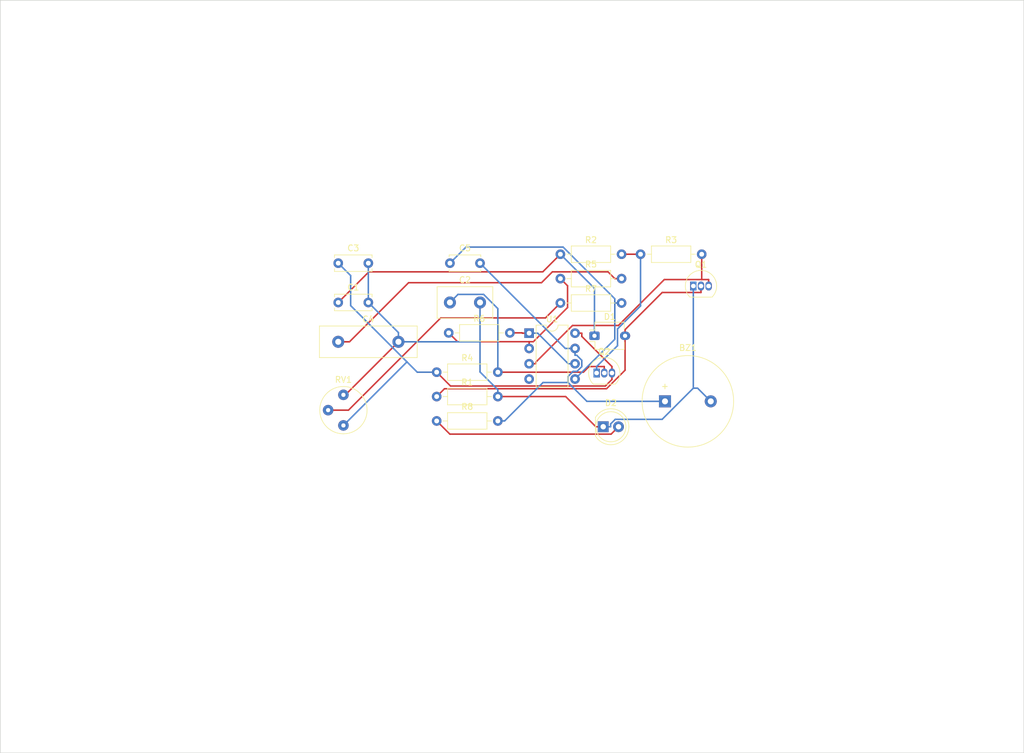
<source format=kicad_pcb>
(kicad_pcb (version 20211014) (generator pcbnew)
  (title_block (title "gammaray2usb") (date "2021-12-27") (rev "0.2x") (company "Fort Sand, Inc."))
  (layers (0 "F.Cu" signal) (31 "B.Cu" signal) (34 "B.Paste" user) (35 "F.Paste" user) (36 "B.SilkS" user "B.Silkscreen") (37 "F.SilkS" user "F.Silkscreen") (38 "B.Mask" user) (39 "F.Mask" user) (44 "Edge.Cuts" user))
  (net 0 "")
  (net 1 "Net-(BZ1-Pad1)")
  (net 2 "GND")
  (net 3 "Net-(C1-Pad1)")
  (net 4 "Net-(C2-Pad1)")
  (net 5 "+9V")
  (net 6 "Net-(C4-Pad1)")
  (net 7 "Net-(C5-Pad1)")
  (net 8 "Net-(D1-Pad2)")
  (net 9 "Net-(D2-Pad2)")
  (net 10 "Net-(Q1-Pad3)")
  (net 11 "Net-(Q2-Pad1)")
  (net 12 "Net-(R5-Pad1)")
  (net 13 "Net-(R6-Pad2)")
  (net 14 "Net-(R7-Pad1)")
  (net 15 "GNDREF")
  (footprint "Potentiometer_THT:Potentiometer_Bourns_3339P_Vertical_HandSoldering" (layer "F.Cu") (at 126.9892 105.6112)
    (fp_text reference "RV1" (at 0 -7.6) (layer "F.SilkS"))
    (fp_text value "250kΩ")
    (fp_circle (center 0 -2.54) (end 3.93 -2.54) (layer "F.SilkS") (width 0.12) (fill none))
    (pad "1" thru_hole circle locked (at 0 0) (size 1.75 1.75) (drill 0.7) (layers *.Cu *.Mask) (net 5 "+9V"))
    (pad "2" thru_hole circle locked (at -2.54 -2.54) (size 1.75 1.75) (drill 0.7) (layers *.Cu *.Mask) (net 14 "Net-(R7-Pad1)"))
    (pad "3" thru_hole circle locked (at 0 -5.08) (size 1.75 1.75) (drill 0.7) (layers *.Cu *.Mask) (net 2 "GND"))
  )
  (footprint "Resistor_THT:R_Axial_DIN0207_L6.3mm_D2.5mm_P10.16mm_Horizontal" (layer "F.Cu") (at 163.0278 77.1756)
    (fp_text reference "R2" (at 5.08 -2.37) (layer "F.SilkS"))
    (fp_text value "1.5M")
    (fp_line (start 9.12 0) (end 8.35 0) (layer "F.SilkS") (width 0.12))
    (fp_line (start 1.81 1.37) (end 8.35 1.37) (layer "F.SilkS") (width 0.12))
    (fp_line (start 1.81 -1.37) (end 1.81 1.37) (layer "F.SilkS") (width 0.12))
    (fp_line (start 1.04 0) (end 1.81 0) (layer "F.SilkS") (width 0.12))
    (fp_line (start 8.35 1.37) (end 8.35 -1.37) (layer "F.SilkS") (width 0.12))
    (fp_line (start 8.35 -1.37) (end 1.81 -1.37) (layer "F.SilkS") (width 0.12))
    (pad "1" thru_hole circle locked (at 0 0) (size 1.6 1.6) (drill 0.8) (layers *.Cu *.Mask) (net 3 "Net-(C1-Pad1)"))
    (pad "2" thru_hole oval locked (at 10.16 0) (size 1.6 1.6) (drill 0.8) (layers *.Cu *.Mask) (net 11 "Net-(Q2-Pad1)"))
  )
  (footprint "Resistor_THT:R_Axial_DIN0207_L6.3mm_D2.5mm_P10.16mm_Horizontal" (layer "F.Cu") (at 163.0278 81.2256)
    (fp_text reference "R5" (at 5.08 -2.37) (layer "F.SilkS"))
    (fp_text value "1k")
    (fp_line (start 9.12 0) (end 8.35 0) (layer "F.SilkS") (width 0.12))
    (fp_line (start 1.04 0) (end 1.81 0) (layer "F.SilkS") (width 0.12))
    (fp_line (start 1.81 1.37) (end 8.35 1.37) (layer "F.SilkS") (width 0.12))
    (fp_line (start 8.35 1.37) (end 8.35 -1.37) (layer "F.SilkS") (width 0.12))
    (fp_line (start 8.35 -1.37) (end 1.81 -1.37) (layer "F.SilkS") (width 0.12))
    (fp_line (start 1.81 -1.37) (end 1.81 1.37) (layer "F.SilkS") (width 0.12))
    (pad "1" thru_hole circle locked (at 0 0) (size 1.6 1.6) (drill 0.8) (layers *.Cu *.Mask) (net 12 "Net-(R5-Pad1)"))
    (pad "2" thru_hole oval locked (at 10.16 0) (size 1.6 1.6) (drill 0.8) (layers *.Cu *.Mask) (net 6 "Net-(C4-Pad1)"))
  )
  (footprint "Resistor_THT:R_Axial_DIN0207_L6.3mm_D2.5mm_P10.16mm_Horizontal" (layer "F.Cu") (at 142.4778 104.8656)
    (fp_text reference "R8" (at 5.08 -2.37) (layer "F.SilkS"))
    (fp_text value "1k")
    (fp_line (start 1.81 1.37) (end 8.35 1.37) (layer "F.SilkS") (width 0.12))
    (fp_line (start 1.81 -1.37) (end 1.81 1.37) (layer "F.SilkS") (width 0.12))
    (fp_line (start 8.35 -1.37) (end 1.81 -1.37) (layer "F.SilkS") (width 0.12))
    (fp_line (start 1.04 0) (end 1.81 0) (layer "F.SilkS") (width 0.12))
    (fp_line (start 8.35 1.37) (end 8.35 -1.37) (layer "F.SilkS") (width 0.12))
    (fp_line (start 9.12 0) (end 8.35 0) (layer "F.SilkS") (width 0.12))
    (pad "1" thru_hole circle locked (at 0 0) (size 1.6 1.6) (drill 0.8) (layers *.Cu *.Mask) (net 9 "Net-(D2-Pad2)"))
    (pad "2" thru_hole oval locked (at 10.16 0) (size 1.6 1.6) (drill 0.8) (layers *.Cu *.Mask) (net 1 "Net-(BZ1-Pad1)"))
  )
  (footprint "Capacitor_THT:C_Disc_D6.0mm_W2.5mm_P5.00mm" (layer "F.Cu") (at 126.1278 85.1906)
    (fp_text reference "C1" (at 2.5 -2.5) (layer "F.SilkS"))
    (fp_text value "0.1µF")
    (fp_line (start -0.62 -1.37) (end -0.62 -0.925) (layer "F.SilkS") (width 0.12))
    (fp_line (start -0.62 -1.37) (end 5.62 -1.37) (layer "F.SilkS") (width 0.12))
    (fp_line (start 5.62 0.925) (end 5.62 1.37) (layer "F.SilkS") (width 0.12))
    (fp_line (start -0.62 0.925) (end -0.62 1.37) (layer "F.SilkS") (width 0.12))
    (fp_line (start -0.62 1.37) (end 5.62 1.37) (layer "F.SilkS") (width 0.12))
    (fp_line (start 5.62 -1.37) (end 5.62 -0.925) (layer "F.SilkS") (width 0.12))
    (pad "1" thru_hole circle locked (at 0 0) (size 1.6 1.6) (drill 0.8) (layers *.Cu *.Mask) (net 3 "Net-(C1-Pad1)"))
    (pad "2" thru_hole circle locked (at 5 0) (size 1.6 1.6) (drill 0.8) (layers *.Cu *.Mask) (net 2 "GND"))
  )
  (footprint "Resistor_THT:R_Axial_DIN0207_L6.3mm_D2.5mm_P10.16mm_Horizontal" (layer "F.Cu") (at 176.3378 77.1756)
    (fp_text reference "R3" (at 5.08 -2.37) (layer "F.SilkS"))
    (fp_text value "56k")
    (fp_line (start 8.35 -1.37) (end 1.81 -1.37) (layer "F.SilkS") (width 0.12))
    (fp_line (start 1.81 1.37) (end 8.35 1.37) (layer "F.SilkS") (width 0.12))
    (fp_line (start 8.35 1.37) (end 8.35 -1.37) (layer "F.SilkS") (width 0.12))
    (fp_line (start 1.04 0) (end 1.81 0) (layer "F.SilkS") (width 0.12))
    (fp_line (start 9.12 0) (end 8.35 0) (layer "F.SilkS") (width 0.12))
    (fp_line (start 1.81 -1.37) (end 1.81 1.37) (layer "F.SilkS") (width 0.12))
    (pad "1" thru_hole circle locked (at 0 0) (size 1.6 1.6) (drill 0.8) (layers *.Cu *.Mask) (net 11 "Net-(Q2-Pad1)"))
    (pad "2" thru_hole oval locked (at 10.16 0) (size 1.6 1.6) (drill 0.8) (layers *.Cu *.Mask) (net 10 "Net-(Q1-Pad3)"))
  )
  (footprint "Resistor_THT:R_Axial_DIN0207_L6.3mm_D2.5mm_P10.16mm_Horizontal" (layer "F.Cu") (at 144.4778 90.2356)
    (fp_text reference "R6" (at 5.08 -2.37) (layer "F.SilkS"))
    (fp_text value "1.5M")
    (fp_line (start 1.81 1.37) (end 8.35 1.37) (layer "F.SilkS") (width 0.12))
    (fp_line (start 8.35 -1.37) (end 1.81 -1.37) (layer "F.SilkS") (width 0.12))
    (fp_line (start 9.12 0) (end 8.35 0) (layer "F.SilkS") (width 0.12))
    (fp_line (start 1.81 -1.37) (end 1.81 1.37) (layer "F.SilkS") (width 0.12))
    (fp_line (start 8.35 1.37) (end 8.35 -1.37) (layer "F.SilkS") (width 0.12))
    (fp_line (start 1.04 0) (end 1.81 0) (layer "F.SilkS") (width 0.12))
    (pad "1" thru_hole circle locked (at 0 0) (size 1.6 1.6) (drill 0.8) (layers *.Cu *.Mask) (net 12 "Net-(R5-Pad1)"))
    (pad "2" thru_hole oval locked (at 10.16 0) (size 1.6 1.6) (drill 0.8) (layers *.Cu *.Mask) (net 13 "Net-(R6-Pad2)"))
  )
  (footprint "Package_TO_SOT_THT:TO-92_Inline" (layer "F.Cu") (at 185.1078 82.4556)
    (fp_text reference "Q1" (at 1.27 -3.56) (layer "F.SilkS"))
    (fp_text value "2N7000")
    (fp_line (start -0.53 1.85) (end 3.07 1.85) (layer "F.SilkS") (width 0.12))
    (fp_arc (start 1.27 -2.6) (mid 3.672087 -0.994977) (end 3.108478 1.838478) (layer "F.SilkS") (width 0.12))
    (fp_arc (start -0.568478 1.838478) (mid -1.132087 -0.994977) (end 1.27 -2.6) (layer "F.SilkS") (width 0.12))
    (pad "1" thru_hole rect locked (at 0 0) (size 1.05 1.5) (drill 0.75) (layers *.Cu *.Mask) (net 2 "GND"))
    (pad "2" thru_hole oval locked (at 1.27 0) (size 1.05 1.5) (drill 0.75) (layers *.Cu *.Mask) (net 8 "Net-(D1-Pad2)"))
    (pad "3" thru_hole oval locked (at 2.54 0) (size 1.05 1.5) (drill 0.75) (layers *.Cu *.Mask) (net 10 "Net-(Q1-Pad3)"))
  )
  (footprint "Package_DIP:DIP-8_W7.62mm" (layer "F.Cu") (at 157.8378 90.2856)
    (fp_text reference "U1" (at 3.81 -2.33) (layer "F.SilkS"))
    (fp_text value "LM358")
    (fp_line (start 6.46 -1.33) (end 4.81 -1.33) (layer "F.SilkS") (width 0.12))
    (fp_line (start 2.81 -1.33) (end 1.16 -1.33) (layer "F.SilkS") (width 0.12))
    (fp_line (start 1.16 8.95) (end 6.46 8.95) (layer "F.SilkS") (width 0.12))
    (fp_line (start 1.16 -1.33) (end 1.16 8.95) (layer "F.SilkS") (width 0.12))
    (fp_line (start 6.46 8.95) (end 6.46 -1.33) (layer "F.SilkS") (width 0.12))
    (fp_arc (start 4.81 -1.33) (mid 3.81 -0.33) (end 2.81 -1.33) (layer "F.SilkS") (width 0.12))
    (pad "1" thru_hole rect locked (at 0 0) (size 1.6 1.6) (drill 0.8) (layers *.Cu *.Mask) (net 13 "Net-(R6-Pad2)"))
    (pad "2" thru_hole oval locked (at 0 2.54) (size 1.6 1.6) (drill 0.8) (layers *.Cu *.Mask) (net 12 "Net-(R5-Pad1)"))
    (pad "3" thru_hole oval locked (at 0 5.08) (size 1.6 1.6) (drill 0.8) (layers *.Cu *.Mask) (net 10 "Net-(Q1-Pad3)"))
    (pad "4" thru_hole oval locked (at 0 7.62) (size 1.6 1.6) (drill 0.8) (layers *.Cu *.Mask) (net 15 "GNDREF"))
    (pad "5" thru_hole oval locked (at 7.62 7.62) (size 1.6 1.6) (drill 0.8) (layers *.Cu *.Mask) (net 7 "Net-(C5-Pad1)"))
    (pad "6" thru_hole oval locked (at 7.62 5.08) (size 1.6 1.6) (drill 0.8) (layers *.Cu *.Mask) (net 13 "Net-(R6-Pad2)"))
    (pad "7" thru_hole oval locked (at 7.62 2.54) (size 1.6 1.6) (drill 0.8) (layers *.Cu *.Mask) (net 1 "Net-(BZ1-Pad1)"))
    (pad "8" thru_hole oval locked (at 7.62 0) (size 1.6 1.6) (drill 0.8) (layers *.Cu *.Mask) (net 5 "+9V"))
  )
  (footprint "Resistor_THT:R_Axial_DIN0207_L6.3mm_D2.5mm_P10.16mm_Horizontal" (layer "F.Cu") (at 142.4778 100.8156)
    (fp_text reference "R1" (at 5.08 -2.37) (layer "F.SilkS"))
    (fp_text value "10M")
    (fp_line (start 9.12 0) (end 8.35 0) (layer "F.SilkS") (width 0.12))
    (fp_line (start 8.35 -1.37) (end 1.81 -1.37) (layer "F.SilkS") (width 0.12))
    (fp_line (start 8.35 1.37) (end 8.35 -1.37) (layer "F.SilkS") (width 0.12))
    (fp_line (start 1.81 -1.37) (end 1.81 1.37) (layer "F.SilkS") (width 0.12))
    (fp_line (start 1.04 0) (end 1.81 0) (layer "F.SilkS") (width 0.12))
    (fp_line (start 1.81 1.37) (end 8.35 1.37) (layer "F.SilkS") (width 0.12))
    (pad "1" thru_hole circle locked (at 0 0) (size 1.6 1.6) (drill 0.8) (layers *.Cu *.Mask) (net 8 "Net-(D1-Pad2)"))
    (pad "2" thru_hole oval locked (at 10.16 0) (size 1.6 1.6) (drill 0.8) (layers *.Cu *.Mask) (net 2 "GND"))
  )
  (footprint "Resistor_THT:R_Axial_DIN0207_L6.3mm_D2.5mm_P10.16mm_Horizontal" (layer "F.Cu") (at 163.0278 85.2756)
    (fp_text reference "R7" (at 5.08 -2.37) (layer "F.SilkS"))
    (fp_text value "1k")
    (fp_line (start 8.35 -1.37) (end 1.81 -1.37) (layer "F.SilkS") (width 0.12))
    (fp_line (start 9.12 0) (end 8.35 0) (layer "F.SilkS") (width 0.12))
    (fp_line (start 1.81 -1.37) (end 1.81 1.37) (layer "F.SilkS") (width 0.12))
    (fp_line (start 8.35 1.37) (end 8.35 -1.37) (layer "F.SilkS") (width 0.12))
    (fp_line (start 1.81 1.37) (end 8.35 1.37) (layer "F.SilkS") (width 0.12))
    (fp_line (start 1.04 0) (end 1.81 0) (layer "F.SilkS") (width 0.12))
    (pad "1" thru_hole circle locked (at 0 0) (size 1.6 1.6) (drill 0.8) (layers *.Cu *.Mask) (net 14 "Net-(R7-Pad1)"))
    (pad "2" thru_hole oval locked (at 10.16 0) (size 1.6 1.6) (drill 0.8) (layers *.Cu *.Mask) (net 7 "Net-(C5-Pad1)"))
  )
  (footprint "Buzzer_Beeper:Buzzer_15x7.5RM7.6" (layer "F.Cu") (at 180.4004 101.6097)
    (fp_text reference "BZ1" (at 3.81 -8.89) (layer "F.SilkS"))
    (fp_text value "Buzzer")
    (fp_text user "+" (at -0.01 -2.54) (layer "F.SilkS"))
    (fp_circle (center 3.8 0) (end 11.4 0) (layer "F.SilkS") (width 0.12) (fill none))
    (pad "1" thru_hole rect locked (at 0 0) (size 2 2) (drill 1) (layers *.Cu *.Mask) (net 1 "Net-(BZ1-Pad1)"))
    (pad "2" thru_hole circle locked (at 7.6 0) (size 2 2) (drill 1) (layers *.Cu *.Mask) (net 2 "GND"))
  )
  (footprint "Capacitor_THT:C_Disc_D5.0mm_W2.5mm_P5.00mm" (layer "F.Cu") (at 144.6778 78.6606)
    (fp_text reference "C5" (at 2.5 -2.5) (layer "F.SilkS"))
    (fp_text value "0.01µF")
    (fp_line (start -0.12 1.37) (end 5.12 1.37) (layer "F.SilkS") (width 0.12))
    (fp_line (start 5.12 1.055) (end 5.12 1.37) (layer "F.SilkS") (width 0.12))
    (fp_line (start -0.12 1.055) (end -0.12 1.37) (layer "F.SilkS") (width 0.12))
    (fp_line (start 5.12 -1.37) (end 5.12 -1.055) (layer "F.SilkS") (width 0.12))
    (fp_line (start -0.12 -1.37) (end -0.12 -1.055) (layer "F.SilkS") (width 0.12))
    (fp_line (start -0.12 -1.37) (end 5.12 -1.37) (layer "F.SilkS") (width 0.12))
    (pad "1" thru_hole circle locked (at 0 0) (size 1.6 1.6) (drill 0.8) (layers *.Cu *.Mask) (net 7 "Net-(C5-Pad1)"))
    (pad "2" thru_hole circle locked (at 5 0) (size 1.6 1.6) (drill 0.8) (layers *.Cu *.Mask) (net 1 "Net-(BZ1-Pad1)"))
  )
  (footprint "Capacitor_THT:C_Disc_D16.0mm_W5.0mm_P10.00mm" (layer "F.Cu") (at 126.1278 91.7206)
    (fp_text reference "C4" (at 5 -3.75) (layer "F.SilkS"))
    (fp_text value "0.02µF")
    (fp_line (start -3.12 2.62) (end 13.12 2.62) (layer "F.SilkS") (width 0.12))
    (fp_line (start 13.12 -2.62) (end 13.12 2.62) (layer "F.SilkS") (width 0.12))
    (fp_line (start -3.12 -2.62) (end 13.12 -2.62) (layer "F.SilkS") (width 0.12))
    (fp_line (start -3.12 -2.62) (end -3.12 2.62) (layer "F.SilkS") (width 0.12))
    (pad "1" thru_hole circle locked (at 0 0) (size 2 2) (drill 1) (layers *.Cu *.Mask) (net 6 "Net-(C4-Pad1)"))
    (pad "2" thru_hole circle locked (at 10 0) (size 2 2) (drill 1) (layers *.Cu *.Mask) (net 2 "GND"))
  )
  (footprint "Capacitor_THT:C_Disc_D6.0mm_W2.5mm_P5.00mm" (layer "F.Cu") (at 126.1278 78.6606)
    (fp_text reference "C3" (at 2.5 -2.5) (layer "F.SilkS"))
    (fp_text value "0.1µF")
    (fp_line (start 5.62 -1.37) (end 5.62 -0.925) (layer "F.SilkS") (width 0.12))
    (fp_line (start -0.62 -1.37) (end 5.62 -1.37) (layer "F.SilkS") (width 0.12))
    (fp_line (start -0.62 0.925) (end -0.62 1.37) (layer "F.SilkS") (width 0.12))
    (fp_line (start -0.62 -1.37) (end -0.62 -0.925) (layer "F.SilkS") (width 0.12))
    (fp_line (start 5.62 0.925) (end 5.62 1.37) (layer "F.SilkS") (width 0.12))
    (fp_line (start -0.62 1.37) (end 5.62 1.37) (layer "F.SilkS") (width 0.12))
    (pad "1" thru_hole circle locked (at 0 0) (size 1.6 1.6) (drill 0.8) (layers *.Cu *.Mask) (net 5 "+9V"))
    (pad "2" thru_hole circle locked (at 5 0) (size 1.6 1.6) (drill 0.8) (layers *.Cu *.Mask) (net 2 "GND"))
  )
  (footprint "OptoDevice:Osram_DIL2_4.3x4.65mm_P5.08mm" (layer "F.Cu") (at 168.6878 90.7256)
    (fp_text reference "D1" (at 2.54 -3.17) (layer "F.SilkS"))
    (fp_text value "BPW34")
    (fp_line (start 0.08 -2.26) (end 4.95 -2.26) (layer "F.SilkS") (width 0.12))
    (fp_line (start 0.08 -0.96) (end -0.84 -0.96) (layer "F.SilkS") (width 0.12))
    (fp_line (start 0.08 -2.26) (end 0.08 -0.96) (layer "F.SilkS") (width 0.12))
    (fp_line (start 0.08 0.96) (end -0.84 0.96) (layer "F.SilkS") (width 0.12))
    (fp_line (start 0.08 0.96) (end 0.08 2.26) (layer "F.SilkS") (width 0.12))
    (fp_line (start 4.95 -2.26) (end 4.95 -1.06) (layer "F.SilkS") (width 0.12))
    (fp_line (start 4.95 1.06) (end 4.95 2.26) (layer "F.SilkS") (width 0.12))
    (fp_line (start 4.95 2.26) (end 0.08 2.26) (layer "F.SilkS") (width 0.12))
    (pad "1" thru_hole roundrect locked (at 0 0) (size 1.7 1.4) (drill 0.7) (layers *.Cu *.Mask) (roundrect_rratio 0.178) (net 3 "Net-(C1-Pad1)"))
    (pad "2" thru_hole oval locked (at 5.08 0) (size 1.7 1.4) (drill 0.7) (layers *.Cu *.Mask) (net 8 "Net-(D1-Pad2)"))
  )
  (footprint "LED_THT:LED_D5.0mm" (layer "F.Cu") (at 170.1409 105.8275)
    (fp_text reference "D2" (at 1.27 -3.96) (layer "F.SilkS"))
    (fp_text value "LED")
    (fp_line (start -1.29 -1.545) (end -1.29 1.545) (layer "F.SilkS") (width 0.12))
    (fp_arc (start -1.29 -1.54483) (mid 2.072002 -2.880433) (end 4.26 0.000462) (layer "F.SilkS") (width 0.12))
    (fp_arc (start 4.26 -0.000462) (mid 2.072002 2.880433) (end -1.29 1.54483) (layer "F.SilkS") (width 0.12))
    (fp_circle (center 1.27 0) (end 3.77 0) (layer "F.SilkS") (width 0.12) (fill none))
    (pad "1" thru_hole rect locked (at 0 0) (size 1.8 1.8) (drill 0.9) (layers *.Cu *.Mask) (net 2 "GND"))
    (pad "2" thru_hole circle locked (at 2.54 0) (size 1.8 1.8) (drill 0.9) (layers *.Cu *.Mask) (net 9 "Net-(D2-Pad2)"))
  )
  (footprint "Package_TO_SOT_THT:TO-92_Inline" (layer "F.Cu") (at 169.0478 96.9056)
    (fp_text reference "Q2" (at 1.27 -3.56) (layer "F.SilkS"))
    (fp_text value "2N3904")
    (fp_line (start -0.53 1.85) (end 3.07 1.85) (layer "F.SilkS") (width 0.12))
    (fp_arc (start 1.27 -2.6) (mid 3.672087 -0.994977) (end 3.108478 1.838478) (layer "F.SilkS") (width 0.12))
    (fp_arc (start -0.568478 1.838478) (mid -1.132087 -0.994977) (end 1.27 -2.6) (layer "F.SilkS") (width 0.12))
    (pad "1" thru_hole rect locked (at 0 0) (size 1.05 1.5) (drill 0.75) (layers *.Cu *.Mask) (net 11 "Net-(Q2-Pad1)"))
    (pad "2" thru_hole oval locked (at 1.27 0) (size 1.05 1.5) (drill 0.75) (layers *.Cu *.Mask) (net 4 "Net-(C2-Pad1)"))
    (pad "3" thru_hole oval locked (at 2.54 0) (size 1.05 1.5) (drill 0.75) (layers *.Cu *.Mask) (net 5 "+9V"))
  )
  (footprint "Resistor_THT:R_Axial_DIN0207_L6.3mm_D2.5mm_P10.16mm_Horizontal" (layer "F.Cu") (at 142.4778 96.7656)
    (fp_text reference "R4" (at 5.08 -2.37) (layer "F.SilkS"))
    (fp_text value "150k")
    (fp_line (start 8.35 1.37) (end 8.35 -1.37) (layer "F.SilkS") (width 0.12))
    (fp_line (start 1.81 1.37) (end 8.35 1.37) (layer "F.SilkS") (width 0.12))
    (fp_line (start 1.04 0) (end 1.81 0) (layer "F.SilkS") (width 0.12))
    (fp_line (start 8.35 -1.37) (end 1.81 -1.37) (layer "F.SilkS") (width 0.12))
    (fp_line (start 1.81 -1.37) (end 1.81 1.37) (layer "F.SilkS") (width 0.12))
    (fp_line (start 9.12 0) (end 8.35 0) (layer "F.SilkS") (width 0.12))
    (pad "1" thru_hole circle locked (at 0 0) (size 1.6 1.6) (drill 0.8) (layers *.Cu *.Mask) (net 5 "+9V"))
    (pad "2" thru_hole oval locked (at 10.16 0) (size 1.6 1.6) (drill 0.8) (layers *.Cu *.Mask) (net 4 "Net-(C2-Pad1)"))
  )
  (footprint "Capacitor_THT:C_Disc_D9.0mm_W5.0mm_P5.00mm" (layer "F.Cu") (at 144.6778 85.1906)
    (fp_text reference "C2" (at 2.5 -3.75) (layer "F.SilkS"))
    (fp_text value "100 uF")
    (fp_line (start -2.12 2.62) (end 7.12 2.62) (layer "F.SilkS") (width 0.12))
    (fp_line (start -2.12 -2.62) (end -2.12 2.62) (layer "F.SilkS") (width 0.12))
    (fp_line (start -2.12 -2.62) (end 7.12 -2.62) (layer "F.SilkS") (width 0.12))
    (fp_line (start 7.12 -2.62) (end 7.12 2.62) (layer "F.SilkS") (width 0.12))
    (pad "1" thru_hole circle locked (at 0 0) (size 2 2) (drill 1) (layers *.Cu *.Mask) (net 4 "Net-(C2-Pad1)"))
    (pad "2" thru_hole circle locked (at 5 0) (size 2 2) (drill 1) (layers *.Cu *.Mask) (net 2 "GND"))
  )
  (gr_line (start 240 160) (end 70 160) (layer "Edge.Cuts") (width 0.1))
  (gr_line (start 70 35) (end 240 35) (layer "Edge.Cuts") (width 0.1))
  (gr_line (start 240 35) (end 240 160) (layer "Edge.Cuts") (width 0.1))
  (gr_line (start 70 160) (end 70 35) (layer "Edge.Cuts") (width 0.1))
  (segment (start 149.6778 78.6606) (end 163.8428 92.8256) (width 0.25) (layer "B.Cu") (net 1))
  (segment (start 165.4578 92.8256) (end 165.4578 93.9509) (width 0.25) (layer "B.Cu") (net 1))
  (segment (start 152.6378 104.8656) (end 153.7631 104.8656) (width 0.25) (layer "B.Cu") (net 1))
  (segment (start 164.2991 97.4714) (end 164.2991 98.4807) (width 0.25) (layer "B.Cu") (net 1))
  (segment (start 165.7392 93.9509) (end 166.5831 94.7948) (width 0.25) (layer "B.Cu") (net 1))
  (segment (start 164.2991 98.4807) (end 167.4281 101.6097) (width 0.25) (layer "B.Cu") (net 1))
  (segment (start 165.7851 96.6356) (end 165.1349 96.6356) (width 0.25) (layer "B.Cu") (net 1))
  (segment (start 166.5831 95.8376) (end 165.7851 96.6356) (width 0.25) (layer "B.Cu") (net 1))
  (segment (start 153.7631 104.8656) (end 160.148 98.4807) (width 0.25) (layer "B.Cu") (net 1))
  (segment (start 163.8428 92.8256) (end 165.4578 92.8256) (width 0.25) (layer "B.Cu") (net 1))
  (segment (start 167.4281 101.6097) (end 180.4004 101.6097) (width 0.25) (layer "B.Cu") (net 1))
  (segment (start 165.4578 93.9509) (end 165.7392 93.9509) (width 0.25) (layer "B.Cu") (net 1))
  (segment (start 166.5831 94.7948) (end 166.5831 95.8376) (width 0.25) (layer "B.Cu") (net 1))
  (segment (start 160.148 98.4807) (end 164.2991 98.4807) (width 0.25) (layer "B.Cu") (net 1))
  (segment (start 165.1349 96.6356) (end 164.2991 97.4714) (width 0.25) (layer "B.Cu") (net 1))
  (segment (start 163.9037 100.8156) (end 168.9156 105.8275) (width 0.25) (layer "F.Cu") (net 2))
  (segment (start 170.1409 105.8275) (end 168.9156 105.8275) (width 0.25) (layer "F.Cu") (net 2))
  (segment (start 127.3172 100.5312) (end 126.9892 100.5312) (width 0.25) (layer "F.Cu") (net 2))
  (segment (start 152.6378 100.8156) (end 163.9037 100.8156) (width 0.25) (layer "F.Cu") (net 2))
  (segment (start 136.1278 91.7206) (end 127.3172 100.5312) (width 0.25) (layer "F.Cu") (net 2))
  (segment (start 172.1319 104.6022) (end 171.3662 105.3679) (width 0.25) (layer "B.Cu") (net 2))
  (segment (start 131.1278 85.1906) (end 136.1278 90.1906) (width 0.25) (layer "B.Cu") (net 2))
  (segment (start 185.8089 99.4182) (end 188.0004 101.6097) (width 0.25) (layer "B.Cu") (net 2))
  (segment (start 185.1078 99.4182) (end 185.8089 99.4182) (width 0.25) (layer "B.Cu") (net 2))
  (segment (start 179.9238 104.6022) (end 172.1319 104.6022) (width 0.25) (layer "B.Cu") (net 2))
  (segment (start 185.1078 99.4182) (end 179.9238 104.6022) (width 0.25) (layer "B.Cu") (net 2))
  (segment (start 131.1278 78.6606) (end 131.1278 85.1906) (width 0.25) (layer "B.Cu") (net 2))
  (segment (start 149.6778 85.1906) (end 149.6778 91.7206) (width 0.25) (layer "B.Cu") (net 2))
  (segment (start 171.3662 105.3679) (end 171.3662 105.8275) (width 0.25) (layer "B.Cu") (net 2))
  (segment (start 185.1078 82.4556) (end 185.1078 99.4182) (width 0.25) (layer "B.Cu") (net 2))
  (segment (start 136.1278 90.1906) (end 136.1278 91.7206) (width 0.25) (layer "B.Cu") (net 2))
  (segment (start 149.6778 91.7206) (end 136.1278 91.7206) (width 0.25) (layer "B.Cu") (net 2))
  (segment (start 149.6778 96.7303) (end 152.6378 99.6903) (width 0.25) (layer "B.Cu") (net 2))
  (segment (start 170.1409 105.8275) (end 171.3662 105.8275) (width 0.25) (layer "B.Cu") (net 2))
  (segment (start 149.6778 91.7206) (end 149.6778 96.7303) (width 0.25) (layer "B.Cu") (net 2))
  (segment (start 152.6378 100.8156) (end 152.6378 99.6903) (width 0.25) (layer "B.Cu") (net 2))
  (segment (start 160.1032 80.1002) (end 163.0278 77.1756) (width 0.25) (layer "F.Cu") (net 3))
  (segment (start 131.2182 80.1002) (end 160.1032 80.1002) (width 0.25) (layer "F.Cu") (net 3))
  (segment (start 126.1278 85.1906) (end 131.2182 80.1002) (width 0.25) (layer "F.Cu") (net 3))
  (segment (start 163.0278 77.1756) (end 168.6878 82.8356) (width 0.25) (layer "B.Cu") (net 3))
  (segment (start 168.6878 82.8356) (end 168.6878 90.7256) (width 0.25) (layer "B.Cu") (net 3))
  (segment (start 166.8521 96.7656) (end 152.6378 96.7656) (width 0.25) (layer "F.Cu") (net 4))
  (segment (start 167.7874 95.8303) (end 166.8521 96.7656) (width 0.25) (layer "F.Cu") (net 4))
  (segment (start 170.3178 96.9056) (end 170.3178 95.8303) (width 0.25) (layer "F.Cu") (net 4))
  (segment (start 170.3178 95.8303) (end 167.7874 95.8303) (width 0.25) (layer "F.Cu") (net 4))
  (segment (start 152.6378 86.2122) (end 150.2756 83.85) (width 0.25) (layer "B.Cu") (net 4))
  (segment (start 152.6378 96.7656) (end 152.6378 86.2122) (width 0.25) (layer "B.Cu") (net 4))
  (segment (start 150.2756 83.85) (end 146.0184 83.85) (width 0.25) (layer "B.Cu") (net 4))
  (segment (start 146.0184 83.85) (end 144.6778 85.1906) (width 0.25) (layer "B.Cu") (net 4))
  (segment (start 171.5878 96.8251) (end 171.5878 96.9056) (width 0.25) (layer "F.Cu") (net 5))
  (segment (start 166.5831 90.8256) (end 166.5831 90.2856) (width 0.25) (layer "F.Cu") (net 5))
  (segment (start 165.4578 90.2856) (end 166.5831 90.2856) (width 0.25) (layer "F.Cu") (net 5))
  (segment (start 171.5878 97.9809) (end 170.504 99.0647) (width 0.25) (layer "F.Cu") (net 5))
  (segment (start 171.5878 95.8303) (end 166.5831 90.8256) (width 0.25) (layer "F.Cu") (net 5))
  (segment (start 171.5878 96.9056) (end 171.5878 97.9809) (width 0.25) (layer "F.Cu") (net 5))
  (segment (start 144.7769 99.0647) (end 142.4778 96.7656) (width 0.25) (layer "F.Cu") (net 5))
  (segment (start 170.504 99.0647) (end 144.7769 99.0647) (width 0.25) (layer "F.Cu") (net 5))
  (segment (start 171.5878 96.8251) (end 171.5878 95.8303) (width 0.25) (layer "F.Cu") (net 5))
  (segment (start 126.1278 78.6606) (end 128.1896 80.7224) (width 0.25) (layer "B.Cu") (net 5))
  (segment (start 128.1896 80.7224) (end 128.1896 85.7062) (width 0.25) (layer "B.Cu") (net 5))
  (segment (start 128.1896 85.7062) (end 137.4702 94.9868) (width 0.25) (layer "B.Cu") (net 5))
  (segment (start 137.4702 94.9868) (end 137.4702 94.9869) (width 0.25) (layer "B.Cu") (net 5))
  (segment (start 137.5419 95.0585) (end 139.2489 96.7656) (width 0.25) (layer "B.Cu") (net 5))
  (segment (start 139.2489 96.7656) (end 142.4778 96.7656) (width 0.25) (layer "B.Cu") (net 5))
  (segment (start 137.4702 94.9869) (end 137.5419 95.0585) (width 0.25) (layer "B.Cu") (net 5))
  (segment (start 137.5419 95.0585) (end 126.9892 105.6112) (width 0.25) (layer "B.Cu") (net 5))
  (segment (start 161.6947 80.1003) (end 170.9372 80.1003) (width 0.25) (layer "F.Cu") (net 6))
  (segment (start 127.996 91.7206) (end 137.8162 81.9004) (width 0.25) (layer "F.Cu") (net 6))
  (segment (start 173.1878 81.2256) (end 172.0625 81.2256) (width 0.25) (layer "F.Cu") (net 6))
  (segment (start 159.8946 81.9004) (end 161.6947 80.1003) (width 0.25) (layer "F.Cu") (net 6))
  (segment (start 126.1278 91.7206) (end 127.996 91.7206) (width 0.25) (layer "F.Cu") (net 6))
  (segment (start 137.8162 81.9004) (end 159.8946 81.9004) (width 0.25) (layer "F.Cu") (net 6))
  (segment (start 170.9372 80.1003) (end 172.0625 81.2256) (width 0.25) (layer "F.Cu") (net 6))
  (segment (start 163.4791 75.9889) (end 172.0625 84.5723) (width 0.25) (layer "B.Cu") (net 7))
  (segment (start 172.0625 91.3009) (end 165.4578 97.9056) (width 0.25) (layer "B.Cu") (net 7))
  (segment (start 144.6778 78.6606) (end 147.3495 75.9889) (width 0.25) (layer "B.Cu") (net 7))
  (segment (start 173.1878 85.2756) (end 172.1751 85.2756) (width 0.25) (layer "B.Cu") (net 7))
  (segment (start 147.3495 75.9889) (end 163.4791 75.9889) (width 0.25) (layer "B.Cu") (net 7))
  (segment (start 172.0625 84.5723) (end 172.0625 85.2756) (width 0.25) (layer "B.Cu") (net 7))
  (segment (start 172.1751 85.2756) (end 172.0625 85.2756) (width 0.25) (layer "B.Cu") (net 7))
  (segment (start 172.0625 85.2756) (end 172.0625 91.3009) (width 0.25) (layer "B.Cu") (net 7))
  (segment (start 186.3778 83.5309) (end 179.9372 83.5309) (width 0.25) (layer "F.Cu") (net 8))
  (segment (start 173.7678 90.7256) (end 173.7678 89.7003) (width 0.25) (layer "F.Cu") (net 8))
  (segment (start 186.3778 82.4556) (end 186.3778 83.5309) (width 0.25) (layer "F.Cu") (net 8))
  (segment (start 179.9372 83.5309) (end 173.7678 89.7003) (width 0.25) (layer "F.Cu") (net 8))
  (segment (start 170.6905 99.5151) (end 143.7783 99.5151) (width 0.25) (layer "F.Cu") (net 8))
  (segment (start 143.7783 99.5151) (end 142.4778 100.8156) (width 0.25) (layer "F.Cu") (net 8))
  (segment (start 173.7678 96.4378) (end 170.6905 99.5151) (width 0.25) (layer "F.Cu") (net 8))
  (segment (start 173.7678 90.7256) (end 173.7678 96.4378) (width 0.25) (layer "F.Cu") (net 8))
  (segment (start 144.6651 107.0529) (end 171.4555 107.0529) (width 0.25) (layer "F.Cu") (net 9))
  (segment (start 171.4555 107.0529) (end 172.6809 105.8275) (width 0.25) (layer "F.Cu") (net 9))
  (segment (start 142.4778 104.8656) (end 144.6651 107.0529) (width 0.25) (layer "F.Cu") (net 9))
  (segment (start 187.6478 82.4556) (end 187.6478 81.3803) (width 0.25) (layer "F.Cu") (net 10))
  (segment (start 186.4978 81.3803) (end 180.2881 81.3803) (width 0.25) (layer "F.Cu") (net 10))
  (segment (start 158.9631 95.0843) (end 158.9631 95.3656) (width 0.25) (layer "F.Cu") (net 10))
  (segment (start 186.4978 77.1756) (end 186.4978 78.3009) (width 0.25) (layer "F.Cu") (net 10))
  (segment (start 180.2881 81.3803) (end 172.6583 89.0101) (width 0.25) (layer "F.Cu") (net 10))
  (segment (start 187.6478 81.3803) (end 186.4978 81.3803) (width 0.25) (layer "F.Cu") (net 10))
  (segment (start 172.6583 89.0101) (end 165.0373 89.0101) (width 0.25) (layer "F.Cu") (net 10))
  (segment (start 186.4978 81.3803) (end 186.4978 78.3009) (width 0.25) (layer "F.Cu") (net 10))
  (segment (start 165.0373 89.0101) (end 158.9631 95.0843) (width 0.25) (layer "F.Cu") (net 10))
  (segment (start 157.8378 95.3656) (end 158.9631 95.3656) (width 0.25) (layer "F.Cu") (net 10))
  (segment (start 173.1878 77.1756) (end 176.3378 77.1756) (width 0.25) (layer "F.Cu") (net 11))
  (segment (start 169.0478 95.8303) (end 172.5129 92.3652) (width 0.25) (layer "B.Cu") (net 11))
  (segment (start 172.5129 89.5873) (end 176.3378 85.7624) (width 0.25) (layer "B.Cu") (net 11))
  (segment (start 176.3378 85.7624) (end 176.3378 77.1756) (width 0.25) (layer "B.Cu") (net 11))
  (segment (start 169.0478 96.9056) (end 169.0478 95.8303) (width 0.25) (layer "B.Cu") (net 11))
  (segment (start 172.5129 92.3652) (end 172.5129 89.5873) (width 0.25) (layer "B.Cu") (net 11))
  (segment (start 164.2156 82.4134) (end 164.2156 86.0258) (width 0.25) (layer "F.Cu") (net 12))
  (segment (start 164.2156 86.0258) (end 158.5411 91.7003) (width 0.25) (layer "F.Cu") (net 12))
  (segment (start 163.0278 81.2256) (end 164.2156 82.4134) (width 0.25) (layer "F.Cu") (net 12))
  (segment (start 144.4778 90.2356) (end 145.9425 91.7003) (width 0.25) (layer "F.Cu") (net 12))
  (segment (start 158.5411 91.7003) (end 157.8378 91.7003) (width 0.25) (layer "F.Cu") (net 12))
  (segment (start 157.8378 92.8256) (end 157.8378 91.7003) (width 0.25) (layer "F.Cu") (net 12))
  (segment (start 145.9425 91.7003) (end 157.8378 91.7003) (width 0.25) (layer "F.Cu") (net 12))
  (segment (start 154.6378 90.2356) (end 156.6625 90.2356) (width 0.25) (layer "F.Cu") (net 13))
  (segment (start 157.8378 90.2856) (end 156.7125 90.2856) (width 0.25) (layer "F.Cu") (net 13))
  (segment (start 156.6625 90.2356) (end 156.7125 90.2856) (width 0.25) (layer "F.Cu") (net 13))
  (segment (start 165.4578 95.3656) (end 164.3325 95.3656) (width 0.25) (layer "B.Cu") (net 13))
  (segment (start 159.2525 90.2856) (end 164.3325 95.3656) (width 0.25) (layer "B.Cu") (net 13))
  (segment (start 157.8378 90.2856) (end 159.2525 90.2856) (width 0.25) (layer "B.Cu") (net 13))
  (segment (start 143.1483 87.7545) (end 127.8316 103.0712) (width 0.25) (layer "F.Cu") (net 14))
  (segment (start 160.5489 87.7545) (end 143.1483 87.7545) (width 0.25) (layer "F.Cu") (net 14))
  (segment (start 163.0278 85.2756) (end 160.5489 87.7545) (width 0.25) (layer "F.Cu") (net 14))
  (segment (start 127.8316 103.0712) (end 124.4492 103.0712) (width 0.25) (layer "F.Cu") (net 14))
)
</source>
